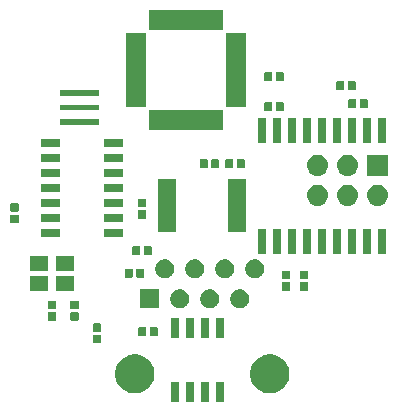
<source format=gbr>
G04 #@! TF.GenerationSoftware,KiCad,Pcbnew,(5.1.2)-2*
G04 #@! TF.CreationDate,2019-08-10T01:37:27-04:00*
G04 #@! TF.ProjectId,toyota-angle-sensor,746f796f-7461-42d6-916e-676c652d7365,rev?*
G04 #@! TF.SameCoordinates,Original*
G04 #@! TF.FileFunction,Soldermask,Bot*
G04 #@! TF.FilePolarity,Negative*
%FSLAX46Y46*%
G04 Gerber Fmt 4.6, Leading zero omitted, Abs format (unit mm)*
G04 Created by KiCad (PCBNEW (5.1.2)-2) date 2019-08-10 01:37:27*
%MOMM*%
%LPD*%
G04 APERTURE LIST*
%ADD10C,0.100000*%
G04 APERTURE END LIST*
D10*
G36*
X126335000Y-143581600D02*
G01*
X125633000Y-143581600D01*
X125633000Y-141929600D01*
X126335000Y-141929600D01*
X126335000Y-143581600D01*
X126335000Y-143581600D01*
G37*
G36*
X127605000Y-143581600D02*
G01*
X126903000Y-143581600D01*
X126903000Y-141929600D01*
X127605000Y-141929600D01*
X127605000Y-143581600D01*
X127605000Y-143581600D01*
G37*
G36*
X128875000Y-143581600D02*
G01*
X128173000Y-143581600D01*
X128173000Y-141929600D01*
X128875000Y-141929600D01*
X128875000Y-143581600D01*
X128875000Y-143581600D01*
G37*
G36*
X125065000Y-143581600D02*
G01*
X124363000Y-143581600D01*
X124363000Y-141929600D01*
X125065000Y-141929600D01*
X125065000Y-143581600D01*
X125065000Y-143581600D01*
G37*
G36*
X121685656Y-139627998D02*
G01*
X121791979Y-139649147D01*
X122092442Y-139773603D01*
X122362851Y-139954285D01*
X122592815Y-140184249D01*
X122773497Y-140454658D01*
X122897953Y-140755121D01*
X122961400Y-141074091D01*
X122961400Y-141399309D01*
X122897953Y-141718279D01*
X122773497Y-142018742D01*
X122592815Y-142289151D01*
X122362851Y-142519115D01*
X122092442Y-142699797D01*
X121791979Y-142824253D01*
X121685656Y-142845402D01*
X121473011Y-142887700D01*
X121147789Y-142887700D01*
X120935144Y-142845402D01*
X120828821Y-142824253D01*
X120528358Y-142699797D01*
X120257949Y-142519115D01*
X120027985Y-142289151D01*
X119847303Y-142018742D01*
X119722847Y-141718279D01*
X119659400Y-141399309D01*
X119659400Y-141074091D01*
X119722847Y-140755121D01*
X119847303Y-140454658D01*
X120027985Y-140184249D01*
X120257949Y-139954285D01*
X120528358Y-139773603D01*
X120828821Y-139649147D01*
X120935144Y-139627998D01*
X121147789Y-139585700D01*
X121473011Y-139585700D01*
X121685656Y-139627998D01*
X121685656Y-139627998D01*
G37*
G36*
X133115656Y-139627998D02*
G01*
X133221979Y-139649147D01*
X133522442Y-139773603D01*
X133792851Y-139954285D01*
X134022815Y-140184249D01*
X134203497Y-140454658D01*
X134327953Y-140755121D01*
X134391400Y-141074091D01*
X134391400Y-141399309D01*
X134327953Y-141718279D01*
X134203497Y-142018742D01*
X134022815Y-142289151D01*
X133792851Y-142519115D01*
X133522442Y-142699797D01*
X133221979Y-142824253D01*
X133115656Y-142845402D01*
X132903011Y-142887700D01*
X132577789Y-142887700D01*
X132365144Y-142845402D01*
X132258821Y-142824253D01*
X131958358Y-142699797D01*
X131687949Y-142519115D01*
X131457985Y-142289151D01*
X131277303Y-142018742D01*
X131152847Y-141718279D01*
X131089400Y-141399309D01*
X131089400Y-141074091D01*
X131152847Y-140755121D01*
X131277303Y-140454658D01*
X131457985Y-140184249D01*
X131687949Y-139954285D01*
X131958358Y-139773603D01*
X132258821Y-139649147D01*
X132365144Y-139627998D01*
X132577789Y-139585700D01*
X132903011Y-139585700D01*
X133115656Y-139627998D01*
X133115656Y-139627998D01*
G37*
G36*
X118391938Y-137936716D02*
G01*
X118412557Y-137942971D01*
X118431553Y-137953124D01*
X118448208Y-137966792D01*
X118461876Y-137983447D01*
X118472029Y-138002443D01*
X118478284Y-138023062D01*
X118481000Y-138050640D01*
X118481000Y-138509360D01*
X118478284Y-138536938D01*
X118472029Y-138557557D01*
X118461876Y-138576553D01*
X118448208Y-138593208D01*
X118431553Y-138606876D01*
X118412557Y-138617029D01*
X118391938Y-138623284D01*
X118364360Y-138626000D01*
X117855640Y-138626000D01*
X117828062Y-138623284D01*
X117807443Y-138617029D01*
X117788447Y-138606876D01*
X117771792Y-138593208D01*
X117758124Y-138576553D01*
X117747971Y-138557557D01*
X117741716Y-138536938D01*
X117739000Y-138509360D01*
X117739000Y-138050640D01*
X117741716Y-138023062D01*
X117747971Y-138002443D01*
X117758124Y-137983447D01*
X117771792Y-137966792D01*
X117788447Y-137953124D01*
X117807443Y-137942971D01*
X117828062Y-137936716D01*
X117855640Y-137934000D01*
X118364360Y-137934000D01*
X118391938Y-137936716D01*
X118391938Y-137936716D01*
G37*
G36*
X125065000Y-138181600D02*
G01*
X124363000Y-138181600D01*
X124363000Y-136529600D01*
X125065000Y-136529600D01*
X125065000Y-138181600D01*
X125065000Y-138181600D01*
G37*
G36*
X128875000Y-138181600D02*
G01*
X128173000Y-138181600D01*
X128173000Y-136529600D01*
X128875000Y-136529600D01*
X128875000Y-138181600D01*
X128875000Y-138181600D01*
G37*
G36*
X127605000Y-138181600D02*
G01*
X126903000Y-138181600D01*
X126903000Y-136529600D01*
X127605000Y-136529600D01*
X127605000Y-138181600D01*
X127605000Y-138181600D01*
G37*
G36*
X126335000Y-138181600D02*
G01*
X125633000Y-138181600D01*
X125633000Y-136529600D01*
X126335000Y-136529600D01*
X126335000Y-138181600D01*
X126335000Y-138181600D01*
G37*
G36*
X123169938Y-137299716D02*
G01*
X123190557Y-137305971D01*
X123209553Y-137316124D01*
X123226208Y-137329792D01*
X123239876Y-137346447D01*
X123250029Y-137365443D01*
X123256284Y-137386062D01*
X123259000Y-137413640D01*
X123259000Y-137922360D01*
X123256284Y-137949938D01*
X123250029Y-137970557D01*
X123239876Y-137989553D01*
X123226208Y-138006208D01*
X123209553Y-138019876D01*
X123190557Y-138030029D01*
X123169938Y-138036284D01*
X123142360Y-138039000D01*
X122683640Y-138039000D01*
X122656062Y-138036284D01*
X122635443Y-138030029D01*
X122616447Y-138019876D01*
X122599792Y-138006208D01*
X122586124Y-137989553D01*
X122575971Y-137970557D01*
X122569716Y-137949938D01*
X122567000Y-137922360D01*
X122567000Y-137413640D01*
X122569716Y-137386062D01*
X122575971Y-137365443D01*
X122586124Y-137346447D01*
X122599792Y-137329792D01*
X122616447Y-137316124D01*
X122635443Y-137305971D01*
X122656062Y-137299716D01*
X122683640Y-137297000D01*
X123142360Y-137297000D01*
X123169938Y-137299716D01*
X123169938Y-137299716D01*
G37*
G36*
X122199938Y-137299716D02*
G01*
X122220557Y-137305971D01*
X122239553Y-137316124D01*
X122256208Y-137329792D01*
X122269876Y-137346447D01*
X122280029Y-137365443D01*
X122286284Y-137386062D01*
X122289000Y-137413640D01*
X122289000Y-137922360D01*
X122286284Y-137949938D01*
X122280029Y-137970557D01*
X122269876Y-137989553D01*
X122256208Y-138006208D01*
X122239553Y-138019876D01*
X122220557Y-138030029D01*
X122199938Y-138036284D01*
X122172360Y-138039000D01*
X121713640Y-138039000D01*
X121686062Y-138036284D01*
X121665443Y-138030029D01*
X121646447Y-138019876D01*
X121629792Y-138006208D01*
X121616124Y-137989553D01*
X121605971Y-137970557D01*
X121599716Y-137949938D01*
X121597000Y-137922360D01*
X121597000Y-137413640D01*
X121599716Y-137386062D01*
X121605971Y-137365443D01*
X121616124Y-137346447D01*
X121629792Y-137329792D01*
X121646447Y-137316124D01*
X121665443Y-137305971D01*
X121686062Y-137299716D01*
X121713640Y-137297000D01*
X122172360Y-137297000D01*
X122199938Y-137299716D01*
X122199938Y-137299716D01*
G37*
G36*
X118391938Y-136966716D02*
G01*
X118412557Y-136972971D01*
X118431553Y-136983124D01*
X118448208Y-136996792D01*
X118461876Y-137013447D01*
X118472029Y-137032443D01*
X118478284Y-137053062D01*
X118481000Y-137080640D01*
X118481000Y-137539360D01*
X118478284Y-137566938D01*
X118472029Y-137587557D01*
X118461876Y-137606553D01*
X118448208Y-137623208D01*
X118431553Y-137636876D01*
X118412557Y-137647029D01*
X118391938Y-137653284D01*
X118364360Y-137656000D01*
X117855640Y-137656000D01*
X117828062Y-137653284D01*
X117807443Y-137647029D01*
X117788447Y-137636876D01*
X117771792Y-137623208D01*
X117758124Y-137606553D01*
X117747971Y-137587557D01*
X117741716Y-137566938D01*
X117739000Y-137539360D01*
X117739000Y-137080640D01*
X117741716Y-137053062D01*
X117747971Y-137032443D01*
X117758124Y-137013447D01*
X117771792Y-136996792D01*
X117788447Y-136983124D01*
X117807443Y-136972971D01*
X117828062Y-136966716D01*
X117855640Y-136964000D01*
X118364360Y-136964000D01*
X118391938Y-136966716D01*
X118391938Y-136966716D01*
G37*
G36*
X114581938Y-136031716D02*
G01*
X114602557Y-136037971D01*
X114621553Y-136048124D01*
X114638208Y-136061792D01*
X114651876Y-136078447D01*
X114662029Y-136097443D01*
X114668284Y-136118062D01*
X114671000Y-136145640D01*
X114671000Y-136604360D01*
X114668284Y-136631938D01*
X114662029Y-136652557D01*
X114651876Y-136671553D01*
X114638208Y-136688208D01*
X114621553Y-136701876D01*
X114602557Y-136712029D01*
X114581938Y-136718284D01*
X114554360Y-136721000D01*
X114045640Y-136721000D01*
X114018062Y-136718284D01*
X113997443Y-136712029D01*
X113978447Y-136701876D01*
X113961792Y-136688208D01*
X113948124Y-136671553D01*
X113937971Y-136652557D01*
X113931716Y-136631938D01*
X113929000Y-136604360D01*
X113929000Y-136145640D01*
X113931716Y-136118062D01*
X113937971Y-136097443D01*
X113948124Y-136078447D01*
X113961792Y-136061792D01*
X113978447Y-136048124D01*
X113997443Y-136037971D01*
X114018062Y-136031716D01*
X114045640Y-136029000D01*
X114554360Y-136029000D01*
X114581938Y-136031716D01*
X114581938Y-136031716D01*
G37*
G36*
X116486938Y-136031716D02*
G01*
X116507557Y-136037971D01*
X116526553Y-136048124D01*
X116543208Y-136061792D01*
X116556876Y-136078447D01*
X116567029Y-136097443D01*
X116573284Y-136118062D01*
X116576000Y-136145640D01*
X116576000Y-136604360D01*
X116573284Y-136631938D01*
X116567029Y-136652557D01*
X116556876Y-136671553D01*
X116543208Y-136688208D01*
X116526553Y-136701876D01*
X116507557Y-136712029D01*
X116486938Y-136718284D01*
X116459360Y-136721000D01*
X115950640Y-136721000D01*
X115923062Y-136718284D01*
X115902443Y-136712029D01*
X115883447Y-136701876D01*
X115866792Y-136688208D01*
X115853124Y-136671553D01*
X115842971Y-136652557D01*
X115836716Y-136631938D01*
X115834000Y-136604360D01*
X115834000Y-136145640D01*
X115836716Y-136118062D01*
X115842971Y-136097443D01*
X115853124Y-136078447D01*
X115866792Y-136061792D01*
X115883447Y-136048124D01*
X115902443Y-136037971D01*
X115923062Y-136031716D01*
X115950640Y-136029000D01*
X116459360Y-136029000D01*
X116486938Y-136031716D01*
X116486938Y-136031716D01*
G37*
G36*
X114581938Y-135061716D02*
G01*
X114602557Y-135067971D01*
X114621553Y-135078124D01*
X114638208Y-135091792D01*
X114651876Y-135108447D01*
X114662029Y-135127443D01*
X114668284Y-135148062D01*
X114671000Y-135175640D01*
X114671000Y-135634360D01*
X114668284Y-135661938D01*
X114662029Y-135682557D01*
X114651876Y-135701553D01*
X114638208Y-135718208D01*
X114621553Y-135731876D01*
X114602557Y-135742029D01*
X114581938Y-135748284D01*
X114554360Y-135751000D01*
X114045640Y-135751000D01*
X114018062Y-135748284D01*
X113997443Y-135742029D01*
X113978447Y-135731876D01*
X113961792Y-135718208D01*
X113948124Y-135701553D01*
X113937971Y-135682557D01*
X113931716Y-135661938D01*
X113929000Y-135634360D01*
X113929000Y-135175640D01*
X113931716Y-135148062D01*
X113937971Y-135127443D01*
X113948124Y-135108447D01*
X113961792Y-135091792D01*
X113978447Y-135078124D01*
X113997443Y-135067971D01*
X114018062Y-135061716D01*
X114045640Y-135059000D01*
X114554360Y-135059000D01*
X114581938Y-135061716D01*
X114581938Y-135061716D01*
G37*
G36*
X116486938Y-135061716D02*
G01*
X116507557Y-135067971D01*
X116526553Y-135078124D01*
X116543208Y-135091792D01*
X116556876Y-135108447D01*
X116567029Y-135127443D01*
X116573284Y-135148062D01*
X116576000Y-135175640D01*
X116576000Y-135634360D01*
X116573284Y-135661938D01*
X116567029Y-135682557D01*
X116556876Y-135701553D01*
X116543208Y-135718208D01*
X116526553Y-135731876D01*
X116507557Y-135742029D01*
X116486938Y-135748284D01*
X116459360Y-135751000D01*
X115950640Y-135751000D01*
X115923062Y-135748284D01*
X115902443Y-135742029D01*
X115883447Y-135731876D01*
X115866792Y-135718208D01*
X115853124Y-135701553D01*
X115842971Y-135682557D01*
X115836716Y-135661938D01*
X115834000Y-135634360D01*
X115834000Y-135175640D01*
X115836716Y-135148062D01*
X115842971Y-135127443D01*
X115853124Y-135108447D01*
X115866792Y-135091792D01*
X115883447Y-135078124D01*
X115902443Y-135067971D01*
X115923062Y-135061716D01*
X115950640Y-135059000D01*
X116459360Y-135059000D01*
X116486938Y-135061716D01*
X116486938Y-135061716D01*
G37*
G36*
X125354042Y-134116481D02*
G01*
X125478011Y-134167831D01*
X125499816Y-134176863D01*
X125631008Y-134264522D01*
X125742578Y-134376092D01*
X125830237Y-134507284D01*
X125830238Y-134507286D01*
X125890619Y-134653058D01*
X125921400Y-134807807D01*
X125921400Y-134965593D01*
X125890619Y-135120342D01*
X125830238Y-135266114D01*
X125830237Y-135266116D01*
X125742578Y-135397308D01*
X125631008Y-135508878D01*
X125499816Y-135596537D01*
X125499815Y-135596538D01*
X125499814Y-135596538D01*
X125354042Y-135656919D01*
X125199293Y-135687700D01*
X125041507Y-135687700D01*
X124886758Y-135656919D01*
X124740986Y-135596538D01*
X124740985Y-135596538D01*
X124740984Y-135596537D01*
X124609792Y-135508878D01*
X124498222Y-135397308D01*
X124410563Y-135266116D01*
X124410562Y-135266114D01*
X124350181Y-135120342D01*
X124319400Y-134965593D01*
X124319400Y-134807807D01*
X124350181Y-134653058D01*
X124410562Y-134507286D01*
X124410563Y-134507284D01*
X124498222Y-134376092D01*
X124609792Y-134264522D01*
X124740984Y-134176863D01*
X124762789Y-134167831D01*
X124886758Y-134116481D01*
X125041507Y-134085700D01*
X125199293Y-134085700D01*
X125354042Y-134116481D01*
X125354042Y-134116481D01*
G37*
G36*
X123381400Y-135687700D02*
G01*
X121779400Y-135687700D01*
X121779400Y-134085700D01*
X123381400Y-134085700D01*
X123381400Y-135687700D01*
X123381400Y-135687700D01*
G37*
G36*
X127894042Y-134116481D02*
G01*
X128018011Y-134167831D01*
X128039816Y-134176863D01*
X128171008Y-134264522D01*
X128282578Y-134376092D01*
X128370237Y-134507284D01*
X128370238Y-134507286D01*
X128430619Y-134653058D01*
X128461400Y-134807807D01*
X128461400Y-134965593D01*
X128430619Y-135120342D01*
X128370238Y-135266114D01*
X128370237Y-135266116D01*
X128282578Y-135397308D01*
X128171008Y-135508878D01*
X128039816Y-135596537D01*
X128039815Y-135596538D01*
X128039814Y-135596538D01*
X127894042Y-135656919D01*
X127739293Y-135687700D01*
X127581507Y-135687700D01*
X127426758Y-135656919D01*
X127280986Y-135596538D01*
X127280985Y-135596538D01*
X127280984Y-135596537D01*
X127149792Y-135508878D01*
X127038222Y-135397308D01*
X126950563Y-135266116D01*
X126950562Y-135266114D01*
X126890181Y-135120342D01*
X126859400Y-134965593D01*
X126859400Y-134807807D01*
X126890181Y-134653058D01*
X126950562Y-134507286D01*
X126950563Y-134507284D01*
X127038222Y-134376092D01*
X127149792Y-134264522D01*
X127280984Y-134176863D01*
X127302789Y-134167831D01*
X127426758Y-134116481D01*
X127581507Y-134085700D01*
X127739293Y-134085700D01*
X127894042Y-134116481D01*
X127894042Y-134116481D01*
G37*
G36*
X130434042Y-134116481D02*
G01*
X130558011Y-134167831D01*
X130579816Y-134176863D01*
X130711008Y-134264522D01*
X130822578Y-134376092D01*
X130910237Y-134507284D01*
X130910238Y-134507286D01*
X130970619Y-134653058D01*
X131001400Y-134807807D01*
X131001400Y-134965593D01*
X130970619Y-135120342D01*
X130910238Y-135266114D01*
X130910237Y-135266116D01*
X130822578Y-135397308D01*
X130711008Y-135508878D01*
X130579816Y-135596537D01*
X130579815Y-135596538D01*
X130579814Y-135596538D01*
X130434042Y-135656919D01*
X130279293Y-135687700D01*
X130121507Y-135687700D01*
X129966758Y-135656919D01*
X129820986Y-135596538D01*
X129820985Y-135596538D01*
X129820984Y-135596537D01*
X129689792Y-135508878D01*
X129578222Y-135397308D01*
X129490563Y-135266116D01*
X129490562Y-135266114D01*
X129430181Y-135120342D01*
X129399400Y-134965593D01*
X129399400Y-134807807D01*
X129430181Y-134653058D01*
X129490562Y-134507286D01*
X129490563Y-134507284D01*
X129578222Y-134376092D01*
X129689792Y-134264522D01*
X129820984Y-134176863D01*
X129842789Y-134167831D01*
X129966758Y-134116481D01*
X130121507Y-134085700D01*
X130279293Y-134085700D01*
X130434042Y-134116481D01*
X130434042Y-134116481D01*
G37*
G36*
X116151000Y-134216000D02*
G01*
X114649000Y-134216000D01*
X114649000Y-132914000D01*
X116151000Y-132914000D01*
X116151000Y-134216000D01*
X116151000Y-134216000D01*
G37*
G36*
X113951000Y-134216000D02*
G01*
X112449000Y-134216000D01*
X112449000Y-132914000D01*
X113951000Y-132914000D01*
X113951000Y-134216000D01*
X113951000Y-134216000D01*
G37*
G36*
X135917938Y-133491716D02*
G01*
X135938557Y-133497971D01*
X135957553Y-133508124D01*
X135974208Y-133521792D01*
X135987876Y-133538447D01*
X135998029Y-133557443D01*
X136004284Y-133578062D01*
X136007000Y-133605640D01*
X136007000Y-134064360D01*
X136004284Y-134091938D01*
X135998029Y-134112557D01*
X135987876Y-134131553D01*
X135974208Y-134148208D01*
X135957553Y-134161876D01*
X135938557Y-134172029D01*
X135917938Y-134178284D01*
X135890360Y-134181000D01*
X135381640Y-134181000D01*
X135354062Y-134178284D01*
X135333443Y-134172029D01*
X135314447Y-134161876D01*
X135297792Y-134148208D01*
X135284124Y-134131553D01*
X135273971Y-134112557D01*
X135267716Y-134091938D01*
X135265000Y-134064360D01*
X135265000Y-133605640D01*
X135267716Y-133578062D01*
X135273971Y-133557443D01*
X135284124Y-133538447D01*
X135297792Y-133521792D01*
X135314447Y-133508124D01*
X135333443Y-133497971D01*
X135354062Y-133491716D01*
X135381640Y-133489000D01*
X135890360Y-133489000D01*
X135917938Y-133491716D01*
X135917938Y-133491716D01*
G37*
G36*
X134393938Y-133491716D02*
G01*
X134414557Y-133497971D01*
X134433553Y-133508124D01*
X134450208Y-133521792D01*
X134463876Y-133538447D01*
X134474029Y-133557443D01*
X134480284Y-133578062D01*
X134483000Y-133605640D01*
X134483000Y-134064360D01*
X134480284Y-134091938D01*
X134474029Y-134112557D01*
X134463876Y-134131553D01*
X134450208Y-134148208D01*
X134433553Y-134161876D01*
X134414557Y-134172029D01*
X134393938Y-134178284D01*
X134366360Y-134181000D01*
X133857640Y-134181000D01*
X133830062Y-134178284D01*
X133809443Y-134172029D01*
X133790447Y-134161876D01*
X133773792Y-134148208D01*
X133760124Y-134131553D01*
X133749971Y-134112557D01*
X133743716Y-134091938D01*
X133741000Y-134064360D01*
X133741000Y-133605640D01*
X133743716Y-133578062D01*
X133749971Y-133557443D01*
X133760124Y-133538447D01*
X133773792Y-133521792D01*
X133790447Y-133508124D01*
X133809443Y-133497971D01*
X133830062Y-133491716D01*
X133857640Y-133489000D01*
X134366360Y-133489000D01*
X134393938Y-133491716D01*
X134393938Y-133491716D01*
G37*
G36*
X135917938Y-132521716D02*
G01*
X135938557Y-132527971D01*
X135957553Y-132538124D01*
X135974208Y-132551792D01*
X135987876Y-132568447D01*
X135998029Y-132587443D01*
X136004284Y-132608062D01*
X136007000Y-132635640D01*
X136007000Y-133094360D01*
X136004284Y-133121938D01*
X135998029Y-133142557D01*
X135987876Y-133161553D01*
X135974208Y-133178208D01*
X135957553Y-133191876D01*
X135938557Y-133202029D01*
X135917938Y-133208284D01*
X135890360Y-133211000D01*
X135381640Y-133211000D01*
X135354062Y-133208284D01*
X135333443Y-133202029D01*
X135314447Y-133191876D01*
X135297792Y-133178208D01*
X135284124Y-133161553D01*
X135273971Y-133142557D01*
X135267716Y-133121938D01*
X135265000Y-133094360D01*
X135265000Y-132635640D01*
X135267716Y-132608062D01*
X135273971Y-132587443D01*
X135284124Y-132568447D01*
X135297792Y-132551792D01*
X135314447Y-132538124D01*
X135333443Y-132527971D01*
X135354062Y-132521716D01*
X135381640Y-132519000D01*
X135890360Y-132519000D01*
X135917938Y-132521716D01*
X135917938Y-132521716D01*
G37*
G36*
X134393938Y-132521716D02*
G01*
X134414557Y-132527971D01*
X134433553Y-132538124D01*
X134450208Y-132551792D01*
X134463876Y-132568447D01*
X134474029Y-132587443D01*
X134480284Y-132608062D01*
X134483000Y-132635640D01*
X134483000Y-133094360D01*
X134480284Y-133121938D01*
X134474029Y-133142557D01*
X134463876Y-133161553D01*
X134450208Y-133178208D01*
X134433553Y-133191876D01*
X134414557Y-133202029D01*
X134393938Y-133208284D01*
X134366360Y-133211000D01*
X133857640Y-133211000D01*
X133830062Y-133208284D01*
X133809443Y-133202029D01*
X133790447Y-133191876D01*
X133773792Y-133178208D01*
X133760124Y-133161553D01*
X133749971Y-133142557D01*
X133743716Y-133121938D01*
X133741000Y-133094360D01*
X133741000Y-132635640D01*
X133743716Y-132608062D01*
X133749971Y-132587443D01*
X133760124Y-132568447D01*
X133773792Y-132551792D01*
X133790447Y-132538124D01*
X133809443Y-132527971D01*
X133830062Y-132521716D01*
X133857640Y-132519000D01*
X134366360Y-132519000D01*
X134393938Y-132521716D01*
X134393938Y-132521716D01*
G37*
G36*
X126624042Y-131576481D02*
G01*
X126769814Y-131636862D01*
X126769816Y-131636863D01*
X126901008Y-131724522D01*
X127012578Y-131836092D01*
X127100237Y-131967284D01*
X127100238Y-131967286D01*
X127160619Y-132113058D01*
X127191400Y-132267807D01*
X127191400Y-132425593D01*
X127160619Y-132580342D01*
X127100238Y-132726114D01*
X127100237Y-132726116D01*
X127012578Y-132857308D01*
X126901008Y-132968878D01*
X126769816Y-133056537D01*
X126769815Y-133056538D01*
X126769814Y-133056538D01*
X126624042Y-133116919D01*
X126469293Y-133147700D01*
X126311507Y-133147700D01*
X126156758Y-133116919D01*
X126010986Y-133056538D01*
X126010985Y-133056538D01*
X126010984Y-133056537D01*
X125879792Y-132968878D01*
X125768222Y-132857308D01*
X125680563Y-132726116D01*
X125680562Y-132726114D01*
X125620181Y-132580342D01*
X125589400Y-132425593D01*
X125589400Y-132267807D01*
X125620181Y-132113058D01*
X125680562Y-131967286D01*
X125680563Y-131967284D01*
X125768222Y-131836092D01*
X125879792Y-131724522D01*
X126010984Y-131636863D01*
X126010986Y-131636862D01*
X126156758Y-131576481D01*
X126311507Y-131545700D01*
X126469293Y-131545700D01*
X126624042Y-131576481D01*
X126624042Y-131576481D01*
G37*
G36*
X129164042Y-131576481D02*
G01*
X129309814Y-131636862D01*
X129309816Y-131636863D01*
X129441008Y-131724522D01*
X129552578Y-131836092D01*
X129640237Y-131967284D01*
X129640238Y-131967286D01*
X129700619Y-132113058D01*
X129731400Y-132267807D01*
X129731400Y-132425593D01*
X129700619Y-132580342D01*
X129640238Y-132726114D01*
X129640237Y-132726116D01*
X129552578Y-132857308D01*
X129441008Y-132968878D01*
X129309816Y-133056537D01*
X129309815Y-133056538D01*
X129309814Y-133056538D01*
X129164042Y-133116919D01*
X129009293Y-133147700D01*
X128851507Y-133147700D01*
X128696758Y-133116919D01*
X128550986Y-133056538D01*
X128550985Y-133056538D01*
X128550984Y-133056537D01*
X128419792Y-132968878D01*
X128308222Y-132857308D01*
X128220563Y-132726116D01*
X128220562Y-132726114D01*
X128160181Y-132580342D01*
X128129400Y-132425593D01*
X128129400Y-132267807D01*
X128160181Y-132113058D01*
X128220562Y-131967286D01*
X128220563Y-131967284D01*
X128308222Y-131836092D01*
X128419792Y-131724522D01*
X128550984Y-131636863D01*
X128550986Y-131636862D01*
X128696758Y-131576481D01*
X128851507Y-131545700D01*
X129009293Y-131545700D01*
X129164042Y-131576481D01*
X129164042Y-131576481D01*
G37*
G36*
X131704042Y-131576481D02*
G01*
X131849814Y-131636862D01*
X131849816Y-131636863D01*
X131981008Y-131724522D01*
X132092578Y-131836092D01*
X132180237Y-131967284D01*
X132180238Y-131967286D01*
X132240619Y-132113058D01*
X132271400Y-132267807D01*
X132271400Y-132425593D01*
X132240619Y-132580342D01*
X132180238Y-132726114D01*
X132180237Y-132726116D01*
X132092578Y-132857308D01*
X131981008Y-132968878D01*
X131849816Y-133056537D01*
X131849815Y-133056538D01*
X131849814Y-133056538D01*
X131704042Y-133116919D01*
X131549293Y-133147700D01*
X131391507Y-133147700D01*
X131236758Y-133116919D01*
X131090986Y-133056538D01*
X131090985Y-133056538D01*
X131090984Y-133056537D01*
X130959792Y-132968878D01*
X130848222Y-132857308D01*
X130760563Y-132726116D01*
X130760562Y-132726114D01*
X130700181Y-132580342D01*
X130669400Y-132425593D01*
X130669400Y-132267807D01*
X130700181Y-132113058D01*
X130760562Y-131967286D01*
X130760563Y-131967284D01*
X130848222Y-131836092D01*
X130959792Y-131724522D01*
X131090984Y-131636863D01*
X131090986Y-131636862D01*
X131236758Y-131576481D01*
X131391507Y-131545700D01*
X131549293Y-131545700D01*
X131704042Y-131576481D01*
X131704042Y-131576481D01*
G37*
G36*
X124084042Y-131576481D02*
G01*
X124229814Y-131636862D01*
X124229816Y-131636863D01*
X124361008Y-131724522D01*
X124472578Y-131836092D01*
X124560237Y-131967284D01*
X124560238Y-131967286D01*
X124620619Y-132113058D01*
X124651400Y-132267807D01*
X124651400Y-132425593D01*
X124620619Y-132580342D01*
X124560238Y-132726114D01*
X124560237Y-132726116D01*
X124472578Y-132857308D01*
X124361008Y-132968878D01*
X124229816Y-133056537D01*
X124229815Y-133056538D01*
X124229814Y-133056538D01*
X124084042Y-133116919D01*
X123929293Y-133147700D01*
X123771507Y-133147700D01*
X123616758Y-133116919D01*
X123470986Y-133056538D01*
X123470985Y-133056538D01*
X123470984Y-133056537D01*
X123339792Y-132968878D01*
X123228222Y-132857308D01*
X123140563Y-132726116D01*
X123140562Y-132726114D01*
X123080181Y-132580342D01*
X123049400Y-132425593D01*
X123049400Y-132267807D01*
X123080181Y-132113058D01*
X123140562Y-131967286D01*
X123140563Y-131967284D01*
X123228222Y-131836092D01*
X123339792Y-131724522D01*
X123470984Y-131636863D01*
X123470986Y-131636862D01*
X123616758Y-131576481D01*
X123771507Y-131545700D01*
X123929293Y-131545700D01*
X124084042Y-131576481D01*
X124084042Y-131576481D01*
G37*
G36*
X121056938Y-132346716D02*
G01*
X121077557Y-132352971D01*
X121096553Y-132363124D01*
X121113208Y-132376792D01*
X121126876Y-132393447D01*
X121137029Y-132412443D01*
X121143284Y-132433062D01*
X121146000Y-132460640D01*
X121146000Y-132969360D01*
X121143284Y-132996938D01*
X121137029Y-133017557D01*
X121126876Y-133036553D01*
X121113208Y-133053208D01*
X121096553Y-133066876D01*
X121077557Y-133077029D01*
X121056938Y-133083284D01*
X121029360Y-133086000D01*
X120570640Y-133086000D01*
X120543062Y-133083284D01*
X120522443Y-133077029D01*
X120503447Y-133066876D01*
X120486792Y-133053208D01*
X120473124Y-133036553D01*
X120462971Y-133017557D01*
X120456716Y-132996938D01*
X120454000Y-132969360D01*
X120454000Y-132460640D01*
X120456716Y-132433062D01*
X120462971Y-132412443D01*
X120473124Y-132393447D01*
X120486792Y-132376792D01*
X120503447Y-132363124D01*
X120522443Y-132352971D01*
X120543062Y-132346716D01*
X120570640Y-132344000D01*
X121029360Y-132344000D01*
X121056938Y-132346716D01*
X121056938Y-132346716D01*
G37*
G36*
X122026938Y-132346716D02*
G01*
X122047557Y-132352971D01*
X122066553Y-132363124D01*
X122083208Y-132376792D01*
X122096876Y-132393447D01*
X122107029Y-132412443D01*
X122113284Y-132433062D01*
X122116000Y-132460640D01*
X122116000Y-132969360D01*
X122113284Y-132996938D01*
X122107029Y-133017557D01*
X122096876Y-133036553D01*
X122083208Y-133053208D01*
X122066553Y-133066876D01*
X122047557Y-133077029D01*
X122026938Y-133083284D01*
X121999360Y-133086000D01*
X121540640Y-133086000D01*
X121513062Y-133083284D01*
X121492443Y-133077029D01*
X121473447Y-133066876D01*
X121456792Y-133053208D01*
X121443124Y-133036553D01*
X121432971Y-133017557D01*
X121426716Y-132996938D01*
X121424000Y-132969360D01*
X121424000Y-132460640D01*
X121426716Y-132433062D01*
X121432971Y-132412443D01*
X121443124Y-132393447D01*
X121456792Y-132376792D01*
X121473447Y-132363124D01*
X121492443Y-132352971D01*
X121513062Y-132346716D01*
X121540640Y-132344000D01*
X121999360Y-132344000D01*
X122026938Y-132346716D01*
X122026938Y-132346716D01*
G37*
G36*
X113951000Y-132516000D02*
G01*
X112449000Y-132516000D01*
X112449000Y-131214000D01*
X113951000Y-131214000D01*
X113951000Y-132516000D01*
X113951000Y-132516000D01*
G37*
G36*
X116151000Y-132516000D02*
G01*
X114649000Y-132516000D01*
X114649000Y-131214000D01*
X116151000Y-131214000D01*
X116151000Y-132516000D01*
X116151000Y-132516000D01*
G37*
G36*
X122661938Y-130441716D02*
G01*
X122682557Y-130447971D01*
X122701553Y-130458124D01*
X122718208Y-130471792D01*
X122731876Y-130488447D01*
X122742029Y-130507443D01*
X122748284Y-130528062D01*
X122751000Y-130555640D01*
X122751000Y-131064360D01*
X122748284Y-131091938D01*
X122742029Y-131112557D01*
X122731876Y-131131553D01*
X122718208Y-131148208D01*
X122701553Y-131161876D01*
X122682557Y-131172029D01*
X122661938Y-131178284D01*
X122634360Y-131181000D01*
X122175640Y-131181000D01*
X122148062Y-131178284D01*
X122127443Y-131172029D01*
X122108447Y-131161876D01*
X122091792Y-131148208D01*
X122078124Y-131131553D01*
X122067971Y-131112557D01*
X122061716Y-131091938D01*
X122059000Y-131064360D01*
X122059000Y-130555640D01*
X122061716Y-130528062D01*
X122067971Y-130507443D01*
X122078124Y-130488447D01*
X122091792Y-130471792D01*
X122108447Y-130458124D01*
X122127443Y-130447971D01*
X122148062Y-130441716D01*
X122175640Y-130439000D01*
X122634360Y-130439000D01*
X122661938Y-130441716D01*
X122661938Y-130441716D01*
G37*
G36*
X121691938Y-130441716D02*
G01*
X121712557Y-130447971D01*
X121731553Y-130458124D01*
X121748208Y-130471792D01*
X121761876Y-130488447D01*
X121772029Y-130507443D01*
X121778284Y-130528062D01*
X121781000Y-130555640D01*
X121781000Y-131064360D01*
X121778284Y-131091938D01*
X121772029Y-131112557D01*
X121761876Y-131131553D01*
X121748208Y-131148208D01*
X121731553Y-131161876D01*
X121712557Y-131172029D01*
X121691938Y-131178284D01*
X121664360Y-131181000D01*
X121205640Y-131181000D01*
X121178062Y-131178284D01*
X121157443Y-131172029D01*
X121138447Y-131161876D01*
X121121792Y-131148208D01*
X121108124Y-131131553D01*
X121097971Y-131112557D01*
X121091716Y-131091938D01*
X121089000Y-131064360D01*
X121089000Y-130555640D01*
X121091716Y-130528062D01*
X121097971Y-130507443D01*
X121108124Y-130488447D01*
X121121792Y-130471792D01*
X121138447Y-130458124D01*
X121157443Y-130447971D01*
X121178062Y-130441716D01*
X121205640Y-130439000D01*
X121664360Y-130439000D01*
X121691938Y-130441716D01*
X121691938Y-130441716D01*
G37*
G36*
X141321000Y-131100000D02*
G01*
X140619000Y-131100000D01*
X140619000Y-128998000D01*
X141321000Y-128998000D01*
X141321000Y-131100000D01*
X141321000Y-131100000D01*
G37*
G36*
X142591000Y-131100000D02*
G01*
X141889000Y-131100000D01*
X141889000Y-128998000D01*
X142591000Y-128998000D01*
X142591000Y-131100000D01*
X142591000Y-131100000D01*
G37*
G36*
X140051000Y-131100000D02*
G01*
X139349000Y-131100000D01*
X139349000Y-128998000D01*
X140051000Y-128998000D01*
X140051000Y-131100000D01*
X140051000Y-131100000D01*
G37*
G36*
X138781000Y-131100000D02*
G01*
X138079000Y-131100000D01*
X138079000Y-128998000D01*
X138781000Y-128998000D01*
X138781000Y-131100000D01*
X138781000Y-131100000D01*
G37*
G36*
X137511000Y-131100000D02*
G01*
X136809000Y-131100000D01*
X136809000Y-128998000D01*
X137511000Y-128998000D01*
X137511000Y-131100000D01*
X137511000Y-131100000D01*
G37*
G36*
X136241000Y-131100000D02*
G01*
X135539000Y-131100000D01*
X135539000Y-128998000D01*
X136241000Y-128998000D01*
X136241000Y-131100000D01*
X136241000Y-131100000D01*
G37*
G36*
X134971000Y-131100000D02*
G01*
X134269000Y-131100000D01*
X134269000Y-128998000D01*
X134971000Y-128998000D01*
X134971000Y-131100000D01*
X134971000Y-131100000D01*
G37*
G36*
X133701000Y-131100000D02*
G01*
X132999000Y-131100000D01*
X132999000Y-128998000D01*
X133701000Y-128998000D01*
X133701000Y-131100000D01*
X133701000Y-131100000D01*
G37*
G36*
X132431000Y-131100000D02*
G01*
X131729000Y-131100000D01*
X131729000Y-128998000D01*
X132431000Y-128998000D01*
X132431000Y-131100000D01*
X132431000Y-131100000D01*
G37*
G36*
X120341000Y-129637000D02*
G01*
X118739000Y-129637000D01*
X118739000Y-128935000D01*
X120341000Y-128935000D01*
X120341000Y-129637000D01*
X120341000Y-129637000D01*
G37*
G36*
X114941000Y-129637000D02*
G01*
X113339000Y-129637000D01*
X113339000Y-128935000D01*
X114941000Y-128935000D01*
X114941000Y-129637000D01*
X114941000Y-129637000D01*
G37*
G36*
X124826000Y-129226000D02*
G01*
X123274000Y-129226000D01*
X123274000Y-124774000D01*
X124826000Y-124774000D01*
X124826000Y-129226000D01*
X124826000Y-129226000D01*
G37*
G36*
X130726000Y-129226000D02*
G01*
X129174000Y-129226000D01*
X129174000Y-124774000D01*
X130726000Y-124774000D01*
X130726000Y-129226000D01*
X130726000Y-129226000D01*
G37*
G36*
X111406938Y-127776716D02*
G01*
X111427557Y-127782971D01*
X111446553Y-127793124D01*
X111463208Y-127806792D01*
X111476876Y-127823447D01*
X111487029Y-127842443D01*
X111493284Y-127863062D01*
X111496000Y-127890640D01*
X111496000Y-128349360D01*
X111493284Y-128376938D01*
X111487029Y-128397557D01*
X111476876Y-128416553D01*
X111463208Y-128433208D01*
X111446553Y-128446876D01*
X111427557Y-128457029D01*
X111406938Y-128463284D01*
X111379360Y-128466000D01*
X110870640Y-128466000D01*
X110843062Y-128463284D01*
X110822443Y-128457029D01*
X110803447Y-128446876D01*
X110786792Y-128433208D01*
X110773124Y-128416553D01*
X110762971Y-128397557D01*
X110756716Y-128376938D01*
X110754000Y-128349360D01*
X110754000Y-127890640D01*
X110756716Y-127863062D01*
X110762971Y-127842443D01*
X110773124Y-127823447D01*
X110786792Y-127806792D01*
X110803447Y-127793124D01*
X110822443Y-127782971D01*
X110843062Y-127776716D01*
X110870640Y-127774000D01*
X111379360Y-127774000D01*
X111406938Y-127776716D01*
X111406938Y-127776716D01*
G37*
G36*
X114941000Y-128367000D02*
G01*
X113339000Y-128367000D01*
X113339000Y-127665000D01*
X114941000Y-127665000D01*
X114941000Y-128367000D01*
X114941000Y-128367000D01*
G37*
G36*
X120341000Y-128367000D02*
G01*
X118739000Y-128367000D01*
X118739000Y-127665000D01*
X120341000Y-127665000D01*
X120341000Y-128367000D01*
X120341000Y-128367000D01*
G37*
G36*
X122201938Y-127395716D02*
G01*
X122222557Y-127401971D01*
X122241553Y-127412124D01*
X122258208Y-127425792D01*
X122271876Y-127442447D01*
X122282029Y-127461443D01*
X122288284Y-127482062D01*
X122291000Y-127509640D01*
X122291000Y-127968360D01*
X122288284Y-127995938D01*
X122282029Y-128016557D01*
X122271876Y-128035553D01*
X122258208Y-128052208D01*
X122241553Y-128065876D01*
X122222557Y-128076029D01*
X122201938Y-128082284D01*
X122174360Y-128085000D01*
X121665640Y-128085000D01*
X121638062Y-128082284D01*
X121617443Y-128076029D01*
X121598447Y-128065876D01*
X121581792Y-128052208D01*
X121568124Y-128035553D01*
X121557971Y-128016557D01*
X121551716Y-127995938D01*
X121549000Y-127968360D01*
X121549000Y-127509640D01*
X121551716Y-127482062D01*
X121557971Y-127461443D01*
X121568124Y-127442447D01*
X121581792Y-127425792D01*
X121598447Y-127412124D01*
X121617443Y-127401971D01*
X121638062Y-127395716D01*
X121665640Y-127393000D01*
X122174360Y-127393000D01*
X122201938Y-127395716D01*
X122201938Y-127395716D01*
G37*
G36*
X111406938Y-126806716D02*
G01*
X111427557Y-126812971D01*
X111446553Y-126823124D01*
X111463208Y-126836792D01*
X111476876Y-126853447D01*
X111487029Y-126872443D01*
X111493284Y-126893062D01*
X111496000Y-126920640D01*
X111496000Y-127379360D01*
X111493284Y-127406938D01*
X111487029Y-127427557D01*
X111476876Y-127446553D01*
X111463208Y-127463208D01*
X111446553Y-127476876D01*
X111427557Y-127487029D01*
X111406938Y-127493284D01*
X111379360Y-127496000D01*
X110870640Y-127496000D01*
X110843062Y-127493284D01*
X110822443Y-127487029D01*
X110803447Y-127476876D01*
X110786792Y-127463208D01*
X110773124Y-127446553D01*
X110762971Y-127427557D01*
X110756716Y-127406938D01*
X110754000Y-127379360D01*
X110754000Y-126920640D01*
X110756716Y-126893062D01*
X110762971Y-126872443D01*
X110773124Y-126853447D01*
X110786792Y-126836792D01*
X110803447Y-126823124D01*
X110822443Y-126812971D01*
X110843062Y-126806716D01*
X110870640Y-126804000D01*
X111379360Y-126804000D01*
X111406938Y-126806716D01*
X111406938Y-126806716D01*
G37*
G36*
X122201938Y-126425716D02*
G01*
X122222557Y-126431971D01*
X122241553Y-126442124D01*
X122258208Y-126455792D01*
X122271876Y-126472447D01*
X122282029Y-126491443D01*
X122288284Y-126512062D01*
X122291000Y-126539640D01*
X122291000Y-126998360D01*
X122288284Y-127025938D01*
X122282029Y-127046557D01*
X122271876Y-127065553D01*
X122258208Y-127082208D01*
X122241553Y-127095876D01*
X122222557Y-127106029D01*
X122201938Y-127112284D01*
X122174360Y-127115000D01*
X121665640Y-127115000D01*
X121638062Y-127112284D01*
X121617443Y-127106029D01*
X121598447Y-127095876D01*
X121581792Y-127082208D01*
X121568124Y-127065553D01*
X121557971Y-127046557D01*
X121551716Y-127025938D01*
X121549000Y-126998360D01*
X121549000Y-126539640D01*
X121551716Y-126512062D01*
X121557971Y-126491443D01*
X121568124Y-126472447D01*
X121581792Y-126455792D01*
X121598447Y-126442124D01*
X121617443Y-126431971D01*
X121638062Y-126425716D01*
X121665640Y-126423000D01*
X122174360Y-126423000D01*
X122201938Y-126425716D01*
X122201938Y-126425716D01*
G37*
G36*
X114941000Y-127097000D02*
G01*
X113339000Y-127097000D01*
X113339000Y-126395000D01*
X114941000Y-126395000D01*
X114941000Y-127097000D01*
X114941000Y-127097000D01*
G37*
G36*
X120341000Y-127097000D02*
G01*
X118739000Y-127097000D01*
X118739000Y-126395000D01*
X120341000Y-126395000D01*
X120341000Y-127097000D01*
X120341000Y-127097000D01*
G37*
G36*
X136889443Y-125216519D02*
G01*
X136955627Y-125223037D01*
X137125466Y-125274557D01*
X137281991Y-125358222D01*
X137317729Y-125387552D01*
X137419186Y-125470814D01*
X137502448Y-125572271D01*
X137531778Y-125608009D01*
X137615443Y-125764534D01*
X137666963Y-125934373D01*
X137684359Y-126111000D01*
X137666963Y-126287627D01*
X137615443Y-126457466D01*
X137531778Y-126613991D01*
X137521922Y-126626000D01*
X137419186Y-126751186D01*
X137338784Y-126817169D01*
X137281991Y-126863778D01*
X137281989Y-126863779D01*
X137175611Y-126920640D01*
X137125466Y-126947443D01*
X136955627Y-126998963D01*
X136889443Y-127005481D01*
X136823260Y-127012000D01*
X136734740Y-127012000D01*
X136668557Y-127005481D01*
X136602373Y-126998963D01*
X136432534Y-126947443D01*
X136382390Y-126920640D01*
X136276011Y-126863779D01*
X136276009Y-126863778D01*
X136219216Y-126817169D01*
X136138814Y-126751186D01*
X136036078Y-126626000D01*
X136026222Y-126613991D01*
X135942557Y-126457466D01*
X135891037Y-126287627D01*
X135873641Y-126111000D01*
X135891037Y-125934373D01*
X135942557Y-125764534D01*
X136026222Y-125608009D01*
X136055552Y-125572271D01*
X136138814Y-125470814D01*
X136240271Y-125387552D01*
X136276009Y-125358222D01*
X136432534Y-125274557D01*
X136602373Y-125223037D01*
X136668557Y-125216519D01*
X136734740Y-125210000D01*
X136823260Y-125210000D01*
X136889443Y-125216519D01*
X136889443Y-125216519D01*
G37*
G36*
X139429443Y-125216519D02*
G01*
X139495627Y-125223037D01*
X139665466Y-125274557D01*
X139821991Y-125358222D01*
X139857729Y-125387552D01*
X139959186Y-125470814D01*
X140042448Y-125572271D01*
X140071778Y-125608009D01*
X140155443Y-125764534D01*
X140206963Y-125934373D01*
X140224359Y-126111000D01*
X140206963Y-126287627D01*
X140155443Y-126457466D01*
X140071778Y-126613991D01*
X140061922Y-126626000D01*
X139959186Y-126751186D01*
X139878784Y-126817169D01*
X139821991Y-126863778D01*
X139821989Y-126863779D01*
X139715611Y-126920640D01*
X139665466Y-126947443D01*
X139495627Y-126998963D01*
X139429443Y-127005481D01*
X139363260Y-127012000D01*
X139274740Y-127012000D01*
X139208557Y-127005481D01*
X139142373Y-126998963D01*
X138972534Y-126947443D01*
X138922390Y-126920640D01*
X138816011Y-126863779D01*
X138816009Y-126863778D01*
X138759216Y-126817169D01*
X138678814Y-126751186D01*
X138576078Y-126626000D01*
X138566222Y-126613991D01*
X138482557Y-126457466D01*
X138431037Y-126287627D01*
X138413641Y-126111000D01*
X138431037Y-125934373D01*
X138482557Y-125764534D01*
X138566222Y-125608009D01*
X138595552Y-125572271D01*
X138678814Y-125470814D01*
X138780271Y-125387552D01*
X138816009Y-125358222D01*
X138972534Y-125274557D01*
X139142373Y-125223037D01*
X139208557Y-125216519D01*
X139274740Y-125210000D01*
X139363260Y-125210000D01*
X139429443Y-125216519D01*
X139429443Y-125216519D01*
G37*
G36*
X141969443Y-125216519D02*
G01*
X142035627Y-125223037D01*
X142205466Y-125274557D01*
X142361991Y-125358222D01*
X142397729Y-125387552D01*
X142499186Y-125470814D01*
X142582448Y-125572271D01*
X142611778Y-125608009D01*
X142695443Y-125764534D01*
X142746963Y-125934373D01*
X142764359Y-126111000D01*
X142746963Y-126287627D01*
X142695443Y-126457466D01*
X142611778Y-126613991D01*
X142601922Y-126626000D01*
X142499186Y-126751186D01*
X142418784Y-126817169D01*
X142361991Y-126863778D01*
X142361989Y-126863779D01*
X142255611Y-126920640D01*
X142205466Y-126947443D01*
X142035627Y-126998963D01*
X141969443Y-127005481D01*
X141903260Y-127012000D01*
X141814740Y-127012000D01*
X141748557Y-127005481D01*
X141682373Y-126998963D01*
X141512534Y-126947443D01*
X141462390Y-126920640D01*
X141356011Y-126863779D01*
X141356009Y-126863778D01*
X141299216Y-126817169D01*
X141218814Y-126751186D01*
X141116078Y-126626000D01*
X141106222Y-126613991D01*
X141022557Y-126457466D01*
X140971037Y-126287627D01*
X140953641Y-126111000D01*
X140971037Y-125934373D01*
X141022557Y-125764534D01*
X141106222Y-125608009D01*
X141135552Y-125572271D01*
X141218814Y-125470814D01*
X141320271Y-125387552D01*
X141356009Y-125358222D01*
X141512534Y-125274557D01*
X141682373Y-125223037D01*
X141748557Y-125216519D01*
X141814740Y-125210000D01*
X141903260Y-125210000D01*
X141969443Y-125216519D01*
X141969443Y-125216519D01*
G37*
G36*
X120341000Y-125827000D02*
G01*
X118739000Y-125827000D01*
X118739000Y-125125000D01*
X120341000Y-125125000D01*
X120341000Y-125827000D01*
X120341000Y-125827000D01*
G37*
G36*
X114941000Y-125827000D02*
G01*
X113339000Y-125827000D01*
X113339000Y-125125000D01*
X114941000Y-125125000D01*
X114941000Y-125827000D01*
X114941000Y-125827000D01*
G37*
G36*
X114941000Y-124557000D02*
G01*
X113339000Y-124557000D01*
X113339000Y-123855000D01*
X114941000Y-123855000D01*
X114941000Y-124557000D01*
X114941000Y-124557000D01*
G37*
G36*
X120341000Y-124557000D02*
G01*
X118739000Y-124557000D01*
X118739000Y-123855000D01*
X120341000Y-123855000D01*
X120341000Y-124557000D01*
X120341000Y-124557000D01*
G37*
G36*
X142760000Y-124472000D02*
G01*
X140958000Y-124472000D01*
X140958000Y-122670000D01*
X142760000Y-122670000D01*
X142760000Y-124472000D01*
X142760000Y-124472000D01*
G37*
G36*
X139429443Y-122676519D02*
G01*
X139495627Y-122683037D01*
X139665466Y-122734557D01*
X139821991Y-122818222D01*
X139857729Y-122847552D01*
X139959186Y-122930814D01*
X140042448Y-123032271D01*
X140071778Y-123068009D01*
X140076222Y-123076324D01*
X140148877Y-123212249D01*
X140155443Y-123224534D01*
X140206963Y-123394373D01*
X140224359Y-123571000D01*
X140206963Y-123747627D01*
X140155443Y-123917466D01*
X140071778Y-124073991D01*
X140042448Y-124109729D01*
X139959186Y-124211186D01*
X139857729Y-124294448D01*
X139821991Y-124323778D01*
X139665466Y-124407443D01*
X139495627Y-124458963D01*
X139429442Y-124465482D01*
X139363260Y-124472000D01*
X139274740Y-124472000D01*
X139208558Y-124465482D01*
X139142373Y-124458963D01*
X138972534Y-124407443D01*
X138816009Y-124323778D01*
X138780271Y-124294448D01*
X138678814Y-124211186D01*
X138595552Y-124109729D01*
X138566222Y-124073991D01*
X138482557Y-123917466D01*
X138431037Y-123747627D01*
X138413641Y-123571000D01*
X138431037Y-123394373D01*
X138482557Y-123224534D01*
X138489124Y-123212249D01*
X138561778Y-123076324D01*
X138566222Y-123068009D01*
X138595552Y-123032271D01*
X138678814Y-122930814D01*
X138780271Y-122847552D01*
X138816009Y-122818222D01*
X138972534Y-122734557D01*
X139142373Y-122683037D01*
X139208557Y-122676519D01*
X139274740Y-122670000D01*
X139363260Y-122670000D01*
X139429443Y-122676519D01*
X139429443Y-122676519D01*
G37*
G36*
X136889443Y-122676519D02*
G01*
X136955627Y-122683037D01*
X137125466Y-122734557D01*
X137281991Y-122818222D01*
X137317729Y-122847552D01*
X137419186Y-122930814D01*
X137502448Y-123032271D01*
X137531778Y-123068009D01*
X137536222Y-123076324D01*
X137608877Y-123212249D01*
X137615443Y-123224534D01*
X137666963Y-123394373D01*
X137684359Y-123571000D01*
X137666963Y-123747627D01*
X137615443Y-123917466D01*
X137531778Y-124073991D01*
X137502448Y-124109729D01*
X137419186Y-124211186D01*
X137317729Y-124294448D01*
X137281991Y-124323778D01*
X137125466Y-124407443D01*
X136955627Y-124458963D01*
X136889442Y-124465482D01*
X136823260Y-124472000D01*
X136734740Y-124472000D01*
X136668558Y-124465482D01*
X136602373Y-124458963D01*
X136432534Y-124407443D01*
X136276009Y-124323778D01*
X136240271Y-124294448D01*
X136138814Y-124211186D01*
X136055552Y-124109729D01*
X136026222Y-124073991D01*
X135942557Y-123917466D01*
X135891037Y-123747627D01*
X135873641Y-123571000D01*
X135891037Y-123394373D01*
X135942557Y-123224534D01*
X135949124Y-123212249D01*
X136021778Y-123076324D01*
X136026222Y-123068009D01*
X136055552Y-123032271D01*
X136138814Y-122930814D01*
X136240271Y-122847552D01*
X136276009Y-122818222D01*
X136432534Y-122734557D01*
X136602373Y-122683037D01*
X136668557Y-122676519D01*
X136734740Y-122670000D01*
X136823260Y-122670000D01*
X136889443Y-122676519D01*
X136889443Y-122676519D01*
G37*
G36*
X129565938Y-123075716D02*
G01*
X129586557Y-123081971D01*
X129605553Y-123092124D01*
X129622208Y-123105792D01*
X129635876Y-123122447D01*
X129646029Y-123141443D01*
X129652284Y-123162062D01*
X129655000Y-123189640D01*
X129655000Y-123698360D01*
X129652284Y-123725938D01*
X129646029Y-123746557D01*
X129635876Y-123765553D01*
X129622208Y-123782208D01*
X129605553Y-123795876D01*
X129586557Y-123806029D01*
X129565938Y-123812284D01*
X129538360Y-123815000D01*
X129079640Y-123815000D01*
X129052062Y-123812284D01*
X129031443Y-123806029D01*
X129012447Y-123795876D01*
X128995792Y-123782208D01*
X128982124Y-123765553D01*
X128971971Y-123746557D01*
X128965716Y-123725938D01*
X128963000Y-123698360D01*
X128963000Y-123189640D01*
X128965716Y-123162062D01*
X128971971Y-123141443D01*
X128982124Y-123122447D01*
X128995792Y-123105792D01*
X129012447Y-123092124D01*
X129031443Y-123081971D01*
X129052062Y-123075716D01*
X129079640Y-123073000D01*
X129538360Y-123073000D01*
X129565938Y-123075716D01*
X129565938Y-123075716D01*
G37*
G36*
X130535938Y-123075716D02*
G01*
X130556557Y-123081971D01*
X130575553Y-123092124D01*
X130592208Y-123105792D01*
X130605876Y-123122447D01*
X130616029Y-123141443D01*
X130622284Y-123162062D01*
X130625000Y-123189640D01*
X130625000Y-123698360D01*
X130622284Y-123725938D01*
X130616029Y-123746557D01*
X130605876Y-123765553D01*
X130592208Y-123782208D01*
X130575553Y-123795876D01*
X130556557Y-123806029D01*
X130535938Y-123812284D01*
X130508360Y-123815000D01*
X130049640Y-123815000D01*
X130022062Y-123812284D01*
X130001443Y-123806029D01*
X129982447Y-123795876D01*
X129965792Y-123782208D01*
X129952124Y-123765553D01*
X129941971Y-123746557D01*
X129935716Y-123725938D01*
X129933000Y-123698360D01*
X129933000Y-123189640D01*
X129935716Y-123162062D01*
X129941971Y-123141443D01*
X129952124Y-123122447D01*
X129965792Y-123105792D01*
X129982447Y-123092124D01*
X130001443Y-123081971D01*
X130022062Y-123075716D01*
X130049640Y-123073000D01*
X130508360Y-123073000D01*
X130535938Y-123075716D01*
X130535938Y-123075716D01*
G37*
G36*
X128376938Y-123075716D02*
G01*
X128397557Y-123081971D01*
X128416553Y-123092124D01*
X128433208Y-123105792D01*
X128446876Y-123122447D01*
X128457029Y-123141443D01*
X128463284Y-123162062D01*
X128466000Y-123189640D01*
X128466000Y-123698360D01*
X128463284Y-123725938D01*
X128457029Y-123746557D01*
X128446876Y-123765553D01*
X128433208Y-123782208D01*
X128416553Y-123795876D01*
X128397557Y-123806029D01*
X128376938Y-123812284D01*
X128349360Y-123815000D01*
X127890640Y-123815000D01*
X127863062Y-123812284D01*
X127842443Y-123806029D01*
X127823447Y-123795876D01*
X127806792Y-123782208D01*
X127793124Y-123765553D01*
X127782971Y-123746557D01*
X127776716Y-123725938D01*
X127774000Y-123698360D01*
X127774000Y-123189640D01*
X127776716Y-123162062D01*
X127782971Y-123141443D01*
X127793124Y-123122447D01*
X127806792Y-123105792D01*
X127823447Y-123092124D01*
X127842443Y-123081971D01*
X127863062Y-123075716D01*
X127890640Y-123073000D01*
X128349360Y-123073000D01*
X128376938Y-123075716D01*
X128376938Y-123075716D01*
G37*
G36*
X127406938Y-123075716D02*
G01*
X127427557Y-123081971D01*
X127446553Y-123092124D01*
X127463208Y-123105792D01*
X127476876Y-123122447D01*
X127487029Y-123141443D01*
X127493284Y-123162062D01*
X127496000Y-123189640D01*
X127496000Y-123698360D01*
X127493284Y-123725938D01*
X127487029Y-123746557D01*
X127476876Y-123765553D01*
X127463208Y-123782208D01*
X127446553Y-123795876D01*
X127427557Y-123806029D01*
X127406938Y-123812284D01*
X127379360Y-123815000D01*
X126920640Y-123815000D01*
X126893062Y-123812284D01*
X126872443Y-123806029D01*
X126853447Y-123795876D01*
X126836792Y-123782208D01*
X126823124Y-123765553D01*
X126812971Y-123746557D01*
X126806716Y-123725938D01*
X126804000Y-123698360D01*
X126804000Y-123189640D01*
X126806716Y-123162062D01*
X126812971Y-123141443D01*
X126823124Y-123122447D01*
X126836792Y-123105792D01*
X126853447Y-123092124D01*
X126872443Y-123081971D01*
X126893062Y-123075716D01*
X126920640Y-123073000D01*
X127379360Y-123073000D01*
X127406938Y-123075716D01*
X127406938Y-123075716D01*
G37*
G36*
X120341000Y-123287000D02*
G01*
X118739000Y-123287000D01*
X118739000Y-122585000D01*
X120341000Y-122585000D01*
X120341000Y-123287000D01*
X120341000Y-123287000D01*
G37*
G36*
X114941000Y-123287000D02*
G01*
X113339000Y-123287000D01*
X113339000Y-122585000D01*
X114941000Y-122585000D01*
X114941000Y-123287000D01*
X114941000Y-123287000D01*
G37*
G36*
X120341000Y-122017000D02*
G01*
X118739000Y-122017000D01*
X118739000Y-121315000D01*
X120341000Y-121315000D01*
X120341000Y-122017000D01*
X120341000Y-122017000D01*
G37*
G36*
X114941000Y-122017000D02*
G01*
X113339000Y-122017000D01*
X113339000Y-121315000D01*
X114941000Y-121315000D01*
X114941000Y-122017000D01*
X114941000Y-122017000D01*
G37*
G36*
X137511000Y-121700000D02*
G01*
X136809000Y-121700000D01*
X136809000Y-119598000D01*
X137511000Y-119598000D01*
X137511000Y-121700000D01*
X137511000Y-121700000D01*
G37*
G36*
X138781000Y-121700000D02*
G01*
X138079000Y-121700000D01*
X138079000Y-119598000D01*
X138781000Y-119598000D01*
X138781000Y-121700000D01*
X138781000Y-121700000D01*
G37*
G36*
X141321000Y-121700000D02*
G01*
X140619000Y-121700000D01*
X140619000Y-119598000D01*
X141321000Y-119598000D01*
X141321000Y-121700000D01*
X141321000Y-121700000D01*
G37*
G36*
X142591000Y-121700000D02*
G01*
X141889000Y-121700000D01*
X141889000Y-119598000D01*
X142591000Y-119598000D01*
X142591000Y-121700000D01*
X142591000Y-121700000D01*
G37*
G36*
X140051000Y-121700000D02*
G01*
X139349000Y-121700000D01*
X139349000Y-119598000D01*
X140051000Y-119598000D01*
X140051000Y-121700000D01*
X140051000Y-121700000D01*
G37*
G36*
X133701000Y-121700000D02*
G01*
X132999000Y-121700000D01*
X132999000Y-119598000D01*
X133701000Y-119598000D01*
X133701000Y-121700000D01*
X133701000Y-121700000D01*
G37*
G36*
X136241000Y-121700000D02*
G01*
X135539000Y-121700000D01*
X135539000Y-119598000D01*
X136241000Y-119598000D01*
X136241000Y-121700000D01*
X136241000Y-121700000D01*
G37*
G36*
X134971000Y-121700000D02*
G01*
X134269000Y-121700000D01*
X134269000Y-119598000D01*
X134971000Y-119598000D01*
X134971000Y-121700000D01*
X134971000Y-121700000D01*
G37*
G36*
X132431000Y-121700000D02*
G01*
X131729000Y-121700000D01*
X131729000Y-119598000D01*
X132431000Y-119598000D01*
X132431000Y-121700000D01*
X132431000Y-121700000D01*
G37*
G36*
X128792500Y-120607500D02*
G01*
X122540500Y-120607500D01*
X122540500Y-118905500D01*
X128792500Y-118905500D01*
X128792500Y-120607500D01*
X128792500Y-120607500D01*
G37*
G36*
X118300500Y-120132500D02*
G01*
X114998500Y-120132500D01*
X114998500Y-119630500D01*
X118300500Y-119630500D01*
X118300500Y-120132500D01*
X118300500Y-120132500D01*
G37*
G36*
X133837938Y-118249716D02*
G01*
X133858557Y-118255971D01*
X133877553Y-118266124D01*
X133894208Y-118279792D01*
X133907876Y-118296447D01*
X133918029Y-118315443D01*
X133924284Y-118336062D01*
X133927000Y-118363640D01*
X133927000Y-118872360D01*
X133924284Y-118899938D01*
X133918029Y-118920557D01*
X133907876Y-118939553D01*
X133894208Y-118956208D01*
X133877553Y-118969876D01*
X133858557Y-118980029D01*
X133837938Y-118986284D01*
X133810360Y-118989000D01*
X133351640Y-118989000D01*
X133324062Y-118986284D01*
X133303443Y-118980029D01*
X133284447Y-118969876D01*
X133267792Y-118956208D01*
X133254124Y-118939553D01*
X133243971Y-118920557D01*
X133237716Y-118899938D01*
X133235000Y-118872360D01*
X133235000Y-118363640D01*
X133237716Y-118336062D01*
X133243971Y-118315443D01*
X133254124Y-118296447D01*
X133267792Y-118279792D01*
X133284447Y-118266124D01*
X133303443Y-118255971D01*
X133324062Y-118249716D01*
X133351640Y-118247000D01*
X133810360Y-118247000D01*
X133837938Y-118249716D01*
X133837938Y-118249716D01*
G37*
G36*
X132867938Y-118249716D02*
G01*
X132888557Y-118255971D01*
X132907553Y-118266124D01*
X132924208Y-118279792D01*
X132937876Y-118296447D01*
X132948029Y-118315443D01*
X132954284Y-118336062D01*
X132957000Y-118363640D01*
X132957000Y-118872360D01*
X132954284Y-118899938D01*
X132948029Y-118920557D01*
X132937876Y-118939553D01*
X132924208Y-118956208D01*
X132907553Y-118969876D01*
X132888557Y-118980029D01*
X132867938Y-118986284D01*
X132840360Y-118989000D01*
X132381640Y-118989000D01*
X132354062Y-118986284D01*
X132333443Y-118980029D01*
X132314447Y-118969876D01*
X132297792Y-118956208D01*
X132284124Y-118939553D01*
X132273971Y-118920557D01*
X132267716Y-118899938D01*
X132265000Y-118872360D01*
X132265000Y-118363640D01*
X132267716Y-118336062D01*
X132273971Y-118315443D01*
X132284124Y-118296447D01*
X132297792Y-118279792D01*
X132314447Y-118266124D01*
X132333443Y-118255971D01*
X132354062Y-118249716D01*
X132381640Y-118247000D01*
X132840360Y-118247000D01*
X132867938Y-118249716D01*
X132867938Y-118249716D01*
G37*
G36*
X118300500Y-118932500D02*
G01*
X114998500Y-118932500D01*
X114998500Y-118430500D01*
X118300500Y-118430500D01*
X118300500Y-118932500D01*
X118300500Y-118932500D01*
G37*
G36*
X139979938Y-117995716D02*
G01*
X140000557Y-118001971D01*
X140019553Y-118012124D01*
X140036208Y-118025792D01*
X140049876Y-118042447D01*
X140060029Y-118061443D01*
X140066284Y-118082062D01*
X140069000Y-118109640D01*
X140069000Y-118618360D01*
X140066284Y-118645938D01*
X140060029Y-118666557D01*
X140049876Y-118685553D01*
X140036208Y-118702208D01*
X140019553Y-118715876D01*
X140000557Y-118726029D01*
X139979938Y-118732284D01*
X139952360Y-118735000D01*
X139493640Y-118735000D01*
X139466062Y-118732284D01*
X139445443Y-118726029D01*
X139426447Y-118715876D01*
X139409792Y-118702208D01*
X139396124Y-118685553D01*
X139385971Y-118666557D01*
X139379716Y-118645938D01*
X139377000Y-118618360D01*
X139377000Y-118109640D01*
X139379716Y-118082062D01*
X139385971Y-118061443D01*
X139396124Y-118042447D01*
X139409792Y-118025792D01*
X139426447Y-118012124D01*
X139445443Y-118001971D01*
X139466062Y-117995716D01*
X139493640Y-117993000D01*
X139952360Y-117993000D01*
X139979938Y-117995716D01*
X139979938Y-117995716D01*
G37*
G36*
X140949938Y-117995716D02*
G01*
X140970557Y-118001971D01*
X140989553Y-118012124D01*
X141006208Y-118025792D01*
X141019876Y-118042447D01*
X141030029Y-118061443D01*
X141036284Y-118082062D01*
X141039000Y-118109640D01*
X141039000Y-118618360D01*
X141036284Y-118645938D01*
X141030029Y-118666557D01*
X141019876Y-118685553D01*
X141006208Y-118702208D01*
X140989553Y-118715876D01*
X140970557Y-118726029D01*
X140949938Y-118732284D01*
X140922360Y-118735000D01*
X140463640Y-118735000D01*
X140436062Y-118732284D01*
X140415443Y-118726029D01*
X140396447Y-118715876D01*
X140379792Y-118702208D01*
X140366124Y-118685553D01*
X140355971Y-118666557D01*
X140349716Y-118645938D01*
X140347000Y-118618360D01*
X140347000Y-118109640D01*
X140349716Y-118082062D01*
X140355971Y-118061443D01*
X140366124Y-118042447D01*
X140379792Y-118025792D01*
X140396447Y-118012124D01*
X140415443Y-118001971D01*
X140436062Y-117995716D01*
X140463640Y-117993000D01*
X140922360Y-117993000D01*
X140949938Y-117995716D01*
X140949938Y-117995716D01*
G37*
G36*
X122267500Y-118632500D02*
G01*
X120565500Y-118632500D01*
X120565500Y-112380500D01*
X122267500Y-112380500D01*
X122267500Y-118632500D01*
X122267500Y-118632500D01*
G37*
G36*
X130767500Y-118632500D02*
G01*
X129065500Y-118632500D01*
X129065500Y-112380500D01*
X130767500Y-112380500D01*
X130767500Y-118632500D01*
X130767500Y-118632500D01*
G37*
G36*
X118300500Y-117732500D02*
G01*
X114998500Y-117732500D01*
X114998500Y-117230500D01*
X118300500Y-117230500D01*
X118300500Y-117732500D01*
X118300500Y-117732500D01*
G37*
G36*
X138963938Y-116471716D02*
G01*
X138984557Y-116477971D01*
X139003553Y-116488124D01*
X139020208Y-116501792D01*
X139033876Y-116518447D01*
X139044029Y-116537443D01*
X139050284Y-116558062D01*
X139053000Y-116585640D01*
X139053000Y-117094360D01*
X139050284Y-117121938D01*
X139044029Y-117142557D01*
X139033876Y-117161553D01*
X139020208Y-117178208D01*
X139003553Y-117191876D01*
X138984557Y-117202029D01*
X138963938Y-117208284D01*
X138936360Y-117211000D01*
X138477640Y-117211000D01*
X138450062Y-117208284D01*
X138429443Y-117202029D01*
X138410447Y-117191876D01*
X138393792Y-117178208D01*
X138380124Y-117161553D01*
X138369971Y-117142557D01*
X138363716Y-117121938D01*
X138361000Y-117094360D01*
X138361000Y-116585640D01*
X138363716Y-116558062D01*
X138369971Y-116537443D01*
X138380124Y-116518447D01*
X138393792Y-116501792D01*
X138410447Y-116488124D01*
X138429443Y-116477971D01*
X138450062Y-116471716D01*
X138477640Y-116469000D01*
X138936360Y-116469000D01*
X138963938Y-116471716D01*
X138963938Y-116471716D01*
G37*
G36*
X139933938Y-116471716D02*
G01*
X139954557Y-116477971D01*
X139973553Y-116488124D01*
X139990208Y-116501792D01*
X140003876Y-116518447D01*
X140014029Y-116537443D01*
X140020284Y-116558062D01*
X140023000Y-116585640D01*
X140023000Y-117094360D01*
X140020284Y-117121938D01*
X140014029Y-117142557D01*
X140003876Y-117161553D01*
X139990208Y-117178208D01*
X139973553Y-117191876D01*
X139954557Y-117202029D01*
X139933938Y-117208284D01*
X139906360Y-117211000D01*
X139447640Y-117211000D01*
X139420062Y-117208284D01*
X139399443Y-117202029D01*
X139380447Y-117191876D01*
X139363792Y-117178208D01*
X139350124Y-117161553D01*
X139339971Y-117142557D01*
X139333716Y-117121938D01*
X139331000Y-117094360D01*
X139331000Y-116585640D01*
X139333716Y-116558062D01*
X139339971Y-116537443D01*
X139350124Y-116518447D01*
X139363792Y-116501792D01*
X139380447Y-116488124D01*
X139399443Y-116477971D01*
X139420062Y-116471716D01*
X139447640Y-116469000D01*
X139906360Y-116469000D01*
X139933938Y-116471716D01*
X139933938Y-116471716D01*
G37*
G36*
X132867938Y-115709716D02*
G01*
X132888557Y-115715971D01*
X132907553Y-115726124D01*
X132924208Y-115739792D01*
X132937876Y-115756447D01*
X132948029Y-115775443D01*
X132954284Y-115796062D01*
X132957000Y-115823640D01*
X132957000Y-116332360D01*
X132954284Y-116359938D01*
X132948029Y-116380557D01*
X132937876Y-116399553D01*
X132924208Y-116416208D01*
X132907553Y-116429876D01*
X132888557Y-116440029D01*
X132867938Y-116446284D01*
X132840360Y-116449000D01*
X132381640Y-116449000D01*
X132354062Y-116446284D01*
X132333443Y-116440029D01*
X132314447Y-116429876D01*
X132297792Y-116416208D01*
X132284124Y-116399553D01*
X132273971Y-116380557D01*
X132267716Y-116359938D01*
X132265000Y-116332360D01*
X132265000Y-115823640D01*
X132267716Y-115796062D01*
X132273971Y-115775443D01*
X132284124Y-115756447D01*
X132297792Y-115739792D01*
X132314447Y-115726124D01*
X132333443Y-115715971D01*
X132354062Y-115709716D01*
X132381640Y-115707000D01*
X132840360Y-115707000D01*
X132867938Y-115709716D01*
X132867938Y-115709716D01*
G37*
G36*
X133837938Y-115709716D02*
G01*
X133858557Y-115715971D01*
X133877553Y-115726124D01*
X133894208Y-115739792D01*
X133907876Y-115756447D01*
X133918029Y-115775443D01*
X133924284Y-115796062D01*
X133927000Y-115823640D01*
X133927000Y-116332360D01*
X133924284Y-116359938D01*
X133918029Y-116380557D01*
X133907876Y-116399553D01*
X133894208Y-116416208D01*
X133877553Y-116429876D01*
X133858557Y-116440029D01*
X133837938Y-116446284D01*
X133810360Y-116449000D01*
X133351640Y-116449000D01*
X133324062Y-116446284D01*
X133303443Y-116440029D01*
X133284447Y-116429876D01*
X133267792Y-116416208D01*
X133254124Y-116399553D01*
X133243971Y-116380557D01*
X133237716Y-116359938D01*
X133235000Y-116332360D01*
X133235000Y-115823640D01*
X133237716Y-115796062D01*
X133243971Y-115775443D01*
X133254124Y-115756447D01*
X133267792Y-115739792D01*
X133284447Y-115726124D01*
X133303443Y-115715971D01*
X133324062Y-115709716D01*
X133351640Y-115707000D01*
X133810360Y-115707000D01*
X133837938Y-115709716D01*
X133837938Y-115709716D01*
G37*
G36*
X128792500Y-112107500D02*
G01*
X122540500Y-112107500D01*
X122540500Y-110405500D01*
X128792500Y-110405500D01*
X128792500Y-112107500D01*
X128792500Y-112107500D01*
G37*
M02*

</source>
